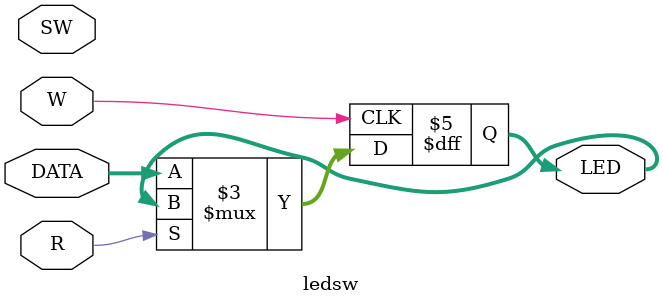
<source format=v>
`timescale 1ns / 1ps
module ledsw(W, R, DATA,         // from higher FPGA                                                                                                          
             LED, SW            // leds and switches                                                                                                         
           );

   input       W;
   input       R;
   inout [7:0] DATA;
   output [7:0] LED;
   input [7:0]  SW;

   reg [7:0]    LED;
	reg [7:0]    DATA_reg;
   always @(posedge W) begin
      if(~R)                    // this is write command                                                                                                     
        LED <= DATA;
   end
	
//	assign LED = {W, R, DATA[5:0]};

//   always @(posedge R) begin
//      if(~W)                    // this is read command                                                                                                      
//        DATA_reg <= SW;
//   end

//assign LED = DATA;
//assign DATA = DATA_reg;
endmodule

</source>
